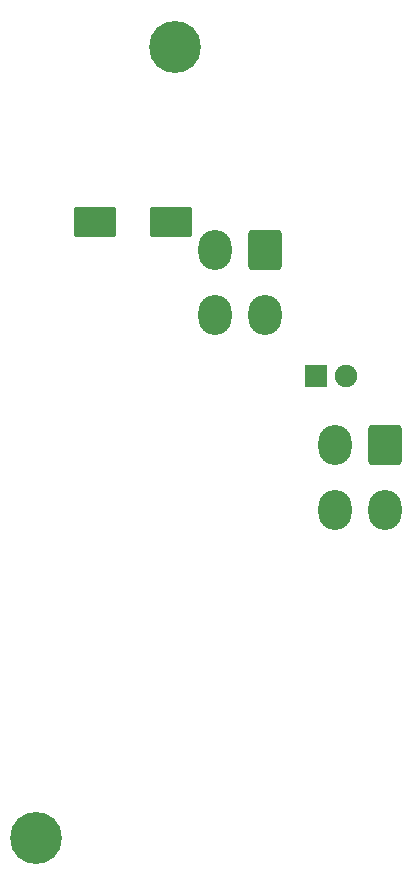
<source format=gbr>
%TF.GenerationSoftware,KiCad,Pcbnew,(6.0.9)*%
%TF.CreationDate,2022-12-26T19:48:23-09:00*%
%TF.ProjectId,PCB_ LDG WING FOLD PLACARD,5043422c-204c-4444-9720-57494e472046,rev?*%
%TF.SameCoordinates,Original*%
%TF.FileFunction,Soldermask,Bot*%
%TF.FilePolarity,Negative*%
%FSLAX46Y46*%
G04 Gerber Fmt 4.6, Leading zero omitted, Abs format (unit mm)*
G04 Created by KiCad (PCBNEW (6.0.9)) date 2022-12-26 19:48:23*
%MOMM*%
%LPD*%
G01*
G04 APERTURE LIST*
G04 Aperture macros list*
%AMRoundRect*
0 Rectangle with rounded corners*
0 $1 Rounding radius*
0 $2 $3 $4 $5 $6 $7 $8 $9 X,Y pos of 4 corners*
0 Add a 4 corners polygon primitive as box body*
4,1,4,$2,$3,$4,$5,$6,$7,$8,$9,$2,$3,0*
0 Add four circle primitives for the rounded corners*
1,1,$1+$1,$2,$3*
1,1,$1+$1,$4,$5*
1,1,$1+$1,$6,$7*
1,1,$1+$1,$8,$9*
0 Add four rect primitives between the rounded corners*
20,1,$1+$1,$2,$3,$4,$5,0*
20,1,$1+$1,$4,$5,$6,$7,0*
20,1,$1+$1,$6,$7,$8,$9,0*
20,1,$1+$1,$8,$9,$2,$3,0*%
G04 Aperture macros list end*
%ADD10RoundRect,0.300001X1.099999X1.399999X-1.099999X1.399999X-1.099999X-1.399999X1.099999X-1.399999X0*%
%ADD11O,2.800000X3.400000*%
%ADD12RoundRect,0.050000X-0.900000X-0.900000X0.900000X-0.900000X0.900000X0.900000X-0.900000X0.900000X0*%
%ADD13C,1.900000*%
%ADD14RoundRect,0.300000X-1.500000X-1.000000X1.500000X-1.000000X1.500000X1.000000X-1.500000X1.000000X0*%
%ADD15C,4.400000*%
G04 APERTURE END LIST*
D10*
%TO.C,J2*%
X181864000Y-62738000D03*
D11*
X177664000Y-62738000D03*
X181864000Y-68238000D03*
X177664000Y-68238000D03*
%TD*%
D10*
%TO.C,J1*%
X171704000Y-46228000D03*
D11*
X167504000Y-46228000D03*
X171704000Y-51728000D03*
X167504000Y-51728000D03*
%TD*%
D12*
%TO.C,D1*%
X176022000Y-56896000D03*
D13*
X178562000Y-56896000D03*
%TD*%
D14*
%TO.C,C1*%
X157275000Y-43800000D03*
X163775000Y-43800000D03*
%TD*%
D15*
%TO.C,REF\u002A\u002A*%
X152291948Y-95977061D03*
%TD*%
%TO.C,REF\u002A\u002A*%
X164039448Y-28984561D03*
%TD*%
M02*

</source>
